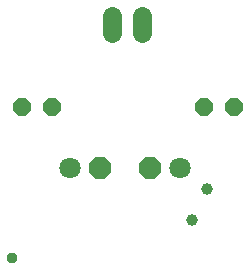
<source format=gbr>
G04 EAGLE Gerber RS-274X export*
G75*
%MOMM*%
%FSLAX34Y34*%
%LPD*%
%INSoldermask Bottom*%
%IPPOS*%
%AMOC8*
5,1,8,0,0,1.08239X$1,22.5*%
G01*
%ADD10P,1.951982X8X22.500000*%
%ADD11C,1.803400*%
%ADD12P,1.951982X8X202.500000*%
%ADD13P,1.649562X8X202.500000*%
%ADD14P,1.649562X8X22.500000*%
%ADD15C,1.625600*%
%ADD16C,0.959600*%
%ADD17C,1.003200*%


D10*
X104140Y92202D03*
D11*
X78740Y92202D03*
D12*
X146558Y92710D03*
D11*
X171958Y92710D03*
D13*
X63754Y144526D03*
X38354Y144526D03*
D14*
X191770Y144272D03*
X217170Y144272D03*
D15*
X114554Y207010D02*
X114554Y221234D01*
X139954Y221234D02*
X139954Y207010D01*
D16*
X29210Y16510D03*
D17*
X181610Y48260D03*
X194310Y74930D03*
M02*

</source>
